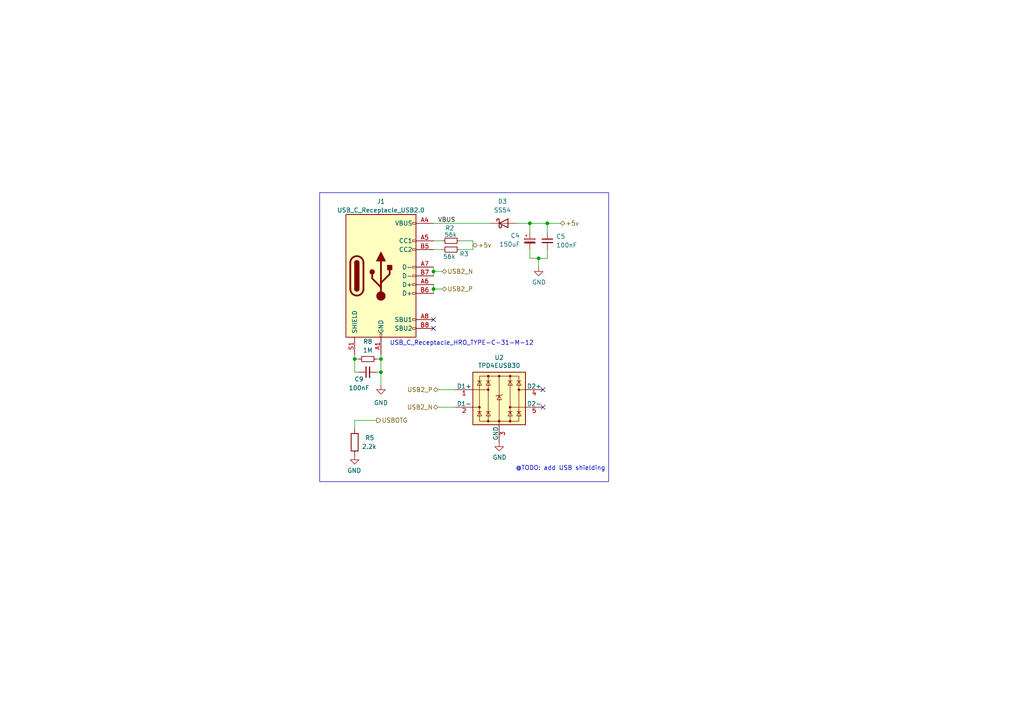
<source format=kicad_sch>
(kicad_sch (version 20230819) (generator eeschema)
  (paper "A4")
  (title_block (title "Carrier Board") (date "2023-11-21") (rev "V3") (company "MUREX Robotics [Byran Huang]") (comment 1 "//DO IT RIGHT,  DO IT MUREX") (comment 2 "// ATTEMPT THE IMPOSSIBLE") (comment 3 "CM4-based ROV (robotics) control board.") (comment 4 "The MUREX Carrier Board is the world's first open-source "))
  (lib_symbols
    (symbol "CM4IO:TPD4EUSB30" (pin_names (offset 0))
      (property "Reference" "U" (at -0.635 8.89 0))
      (property "Value" "TPD4EUSB30" (at 8.89 -10.16 0))
      (symbol "TPD4EUSB30_0_0"
        (rectangle (start -5.715 6.477) (end 5.715 -6.604))
        (polyline (pts (xy -3.175 -6.604) (xy -3.175 6.477)))
        (polyline (pts (xy 0 6.477) (xy 0 -6.604)))
        (polyline (pts (xy 3.175 6.477) (xy 3.175 -6.604)))
      )
      (symbol "TPD4EUSB30_0_1"
        (rectangle (start -7.62 7.62) (end 7.62 -7.62) (stroke (width 0.254)) (fill (type background)))
        (circle (center -5.715 -2.54) (radius 0.2794) (fill (type outline)))
        (circle (center -3.175 -6.604) (radius 0.2794) (fill (type outline)))
        (circle (center -3.175 2.54) (radius 0.2794) (fill (type outline)))
        (circle (center -3.175 6.477) (radius 0.2794) (fill (type outline)))
        (circle (center 0 -6.604) (radius 0.2794) (fill (type outline)))
        (polyline (pts (xy -7.747 2.54) (xy -3.175 2.54)))
        (polyline (pts (xy -7.62 -2.54) (xy -5.715 -2.54)))
        (polyline (pts (xy -5.08 -3.81) (xy -6.35 -3.81)))
        (polyline (pts (xy -5.08 5.08) (xy -6.35 5.08)))
        (polyline (pts (xy -2.54 -3.81) (xy -3.81 -3.81)))
        (polyline (pts (xy -2.54 5.08) (xy -3.81 5.08)))
        (polyline (pts (xy -0.635 0.889) (xy -1.016 0.635)))
        (polyline (pts (xy 0 -6.604) (xy 0 -7.62)))
        (polyline (pts (xy 0.635 0.889) (xy -0.635 0.889)))
        (polyline (pts (xy 0.635 0.889) (xy 1.016 1.143)))
        (polyline (pts (xy 3.81 -3.81) (xy 2.54 -3.81)))
        (polyline (pts (xy 3.81 5.08) (xy 2.54 5.08)))
        (polyline (pts (xy 6.35 -3.81) (xy 5.08 -3.81)))
        (polyline (pts (xy 6.35 5.08) (xy 5.08 5.08)))
        (polyline (pts (xy 7.62 -2.54) (xy 3.175 -2.54)))
        (polyline (pts (xy 7.62 2.54) (xy 5.715 2.54)))
        (polyline (pts (xy -5.08 -5.08) (xy -6.35 -5.08) (xy -5.715 -3.81) (xy -5.08 -5.08)))
        (polyline (pts (xy -5.08 3.81) (xy -6.35 3.81) (xy -5.715 5.08) (xy -5.08 3.81)))
        (polyline (pts (xy -2.54 -5.08) (xy -3.81 -5.08) (xy -3.175 -3.81) (xy -2.54 -5.08)))
        (polyline (pts (xy -2.54 3.81) (xy -3.81 3.81) (xy -3.175 5.08) (xy -2.54 3.81)))
        (polyline (pts (xy 0.635 -0.381) (xy -0.635 -0.381) (xy 0 0.889) (xy 0.635 -0.381)))
        (polyline (pts (xy 3.81 -5.08) (xy 2.54 -5.08) (xy 3.175 -3.81) (xy 3.81 -5.08)))
        (polyline (pts (xy 3.81 3.81) (xy 2.54 3.81) (xy 3.175 5.08) (xy 3.81 3.81)))
        (polyline (pts (xy 6.35 -5.08) (xy 5.08 -5.08) (xy 5.715 -3.81) (xy 6.35 -5.08)))
        (polyline (pts (xy 6.35 3.81) (xy 5.08 3.81) (xy 5.715 5.08) (xy 6.35 3.81)))
        (circle (center 0 6.477) (radius 0.2794) (fill (type outline)))
        (circle (center 3.175 -6.604) (radius 0.2794) (fill (type outline)))
        (circle (center 3.175 -2.54) (radius 0.2794) (fill (type outline)))
        (circle (center 3.175 6.477) (radius 0.2794) (fill (type outline)))
        (circle (center 5.715 2.54) (radius 0.2794) (fill (type outline)))
      )
      (symbol "TPD4EUSB30_1_1"
        (pin passive line (at -12.7 2.54 0) (length 5.08) (name "D1+") (number "1"))
        (pin passive line (at -12.7 2.54 0) (length 5.08) hide (name "~") (number "10"))
        (pin passive line (at -12.7 -2.54 0) (length 5.08) (name "D1-") (number "2"))
        (pin power_in line (at 0 -12.7 90) (length 5.08) (name "GND") (number "3"))
        (pin passive line (at 12.7 2.54 180) (length 5.08) (name "D2+") (number "4"))
        (pin passive line (at 12.7 -2.54 180) (length 5.08) (name "D2-") (number "5"))
        (pin passive line (at 12.7 -2.54 180) (length 5.08) hide (name "~") (number "6"))
        (pin passive line (at 12.7 2.54 180) (length 5.08) hide (name "~") (number "7"))
        (pin passive line (at 0 -12.7 90) (length 5.08) hide (name "GND") (number "8"))
        (pin passive line (at -12.7 -2.54 0) (length 5.08) hide (name "~") (number "9"))
      )
    )
    (symbol "Connector:USB_C_Receptacle_USB2.0" (pin_names (offset 1.016))
      (property "Reference" "J" (at -10.16 19.05 0))
      (property "Value" "USB_C_Receptacle_USB2.0" (at 19.05 19.05 0))
      (symbol "USB_C_Receptacle_USB2.0_0_0"
        (rectangle (start -0.254 -17.78) (end 0.254 -16.764))
        (rectangle (start 10.16 -14.986) (end 9.144 -15.494))
        (rectangle (start 10.16 -12.446) (end 9.144 -12.954))
        (rectangle (start 10.16 -4.826) (end 9.144 -5.334))
        (rectangle (start 10.16 -2.286) (end 9.144 -2.794))
        (rectangle (start 10.16 0.254) (end 9.144 -0.254))
        (rectangle (start 10.16 2.794) (end 9.144 2.286))
        (rectangle (start 10.16 7.874) (end 9.144 7.366))
        (rectangle (start 10.16 10.414) (end 9.144 9.906))
        (rectangle (start 10.16 15.494) (end 9.144 14.986))
      )
      (symbol "USB_C_Receptacle_USB2.0_0_1"
        (rectangle (start -10.16 17.78) (end 10.16 -17.78) (stroke (width 0.254)) (fill (type background)))
        (arc (start -8.89 -3.81) (mid -6.985 -5.7067) (end -5.08 -3.81) (stroke (width 0.508)))
        (arc (start -7.62 -3.81) (mid -6.985 -4.4423) (end -6.35 -3.81) (stroke (width 0.254)))
        (arc (start -7.62 -3.81) (mid -6.985 -4.4423) (end -6.35 -3.81) (stroke (width 0.254)) (fill (type outline)))
        (rectangle (start -7.62 -3.81) (end -6.35 3.81) (stroke (width 0.254)) (fill (type outline)))
        (arc (start -6.35 3.81) (mid -6.985 4.4423) (end -7.62 3.81) (stroke (width 0.254)))
        (arc (start -6.35 3.81) (mid -6.985 4.4423) (end -7.62 3.81) (stroke (width 0.254)) (fill (type outline)))
        (arc (start -5.08 3.81) (mid -6.985 5.7067) (end -8.89 3.81) (stroke (width 0.508)))
        (circle (center -2.54 1.143) (radius 0.635) (stroke (width 0.254)) (fill (type outline)))
        (circle (center 0 -5.842) (radius 1.27) (fill (type outline)))
        (polyline (pts (xy -8.89 -3.81) (xy -8.89 3.81)) (stroke (width 0.508)))
        (polyline (pts (xy -5.08 3.81) (xy -5.08 -3.81)) (stroke (width 0.508)))
        (polyline (pts (xy 0 -5.842) (xy 0 4.318)) (stroke (width 0.508)))
        (polyline (pts (xy 0 -3.302) (xy -2.54 -0.762) (xy -2.54 0.508)) (stroke (width 0.508)))
        (polyline (pts (xy 0 -2.032) (xy 2.54 0.508) (xy 2.54 1.778)) (stroke (width 0.508)))
        (polyline (pts (xy -1.27 4.318) (xy 0 6.858) (xy 1.27 4.318) (xy -1.27 4.318)) (stroke (width 0.254)) (fill (type outline)))
        (rectangle (start 1.905 1.778) (end 3.175 3.048) (stroke (width 0.254)) (fill (type outline)))
      )
      (symbol "USB_C_Receptacle_USB2.0_1_1"
        (pin passive line (at 0 -22.86 90) (length 5.08) (name "GND") (number "A1"))
        (pin passive line (at 0 -22.86 90) (length 5.08) hide (name "GND") (number "A12"))
        (pin passive line (at 15.24 15.24 180) (length 5.08) (name "VBUS") (number "A4"))
        (pin bidirectional line (at 15.24 10.16 180) (length 5.08) (name "CC1") (number "A5"))
        (pin bidirectional line (at 15.24 -2.54 180) (length 5.08) (name "D+") (number "A6"))
        (pin bidirectional line (at 15.24 2.54 180) (length 5.08) (name "D-") (number "A7"))
        (pin bidirectional line (at 15.24 -12.7 180) (length 5.08) (name "SBU1") (number "A8"))
        (pin passive line (at 15.24 15.24 180) (length 5.08) hide (name "VBUS") (number "A9"))
        (pin passive line (at 0 -22.86 90) (length 5.08) hide (name "GND") (number "B1"))
        (pin passive line (at 0 -22.86 90) (length 5.08) hide (name "GND") (number "B12"))
        (pin passive line (at 15.24 15.24 180) (length 5.08) hide (name "VBUS") (number "B4"))
        (pin bidirectional line (at 15.24 7.62 180) (length 5.08) (name "CC2") (number "B5"))
        (pin bidirectional line (at 15.24 -5.08 180) (length 5.08) (name "D+") (number "B6"))
        (pin bidirectional line (at 15.24 0 180) (length 5.08) (name "D-") (number "B7"))
        (pin bidirectional line (at 15.24 -15.24 180) (length 5.08) (name "SBU2") (number "B8"))
        (pin passive line (at 15.24 15.24 180) (length 5.08) hide (name "VBUS") (number "B9"))
        (pin passive line (at -7.62 -22.86 90) (length 5.08) (name "SHIELD") (number "S1"))
      )
    )
    (symbol "Device:C_Polarized_Small" (pin_numbers hide) (pin_names (offset 0.254) hide)
      (property "Reference" "C" (at 0.254 1.778 0))
      (property "Value" "C_Polarized_Small" (at 0.254 -2.032 0))
      (symbol "C_Polarized_Small_0_1"
        (rectangle (start -1.524 -0.3048) (end 1.524 -0.6858) (fill (type outline)))
        (rectangle (start -1.524 0.6858) (end 1.524 0.3048))
        (polyline (pts (xy -1.27 1.524) (xy -0.762 1.524)))
        (polyline (pts (xy -1.016 1.27) (xy -1.016 1.778)))
      )
      (symbol "C_Polarized_Small_1_1"
        (pin passive line (at 0 2.54 270) (length 1.8542) (name "~") (number "1"))
        (pin passive line (at 0 -2.54 90) (length 1.8542) (name "~") (number "2"))
      )
    )
    (symbol "Device:C_Small" (pin_numbers hide) (pin_names (offset 0.254) hide)
      (property "Reference" "C" (at 0.254 1.778 0))
      (property "Value" "C_Small" (at 0.254 -2.032 0))
      (symbol "C_Small_0_1"
        (polyline (pts (xy -1.524 -0.508) (xy 1.524 -0.508)) (stroke (width 0.3302)))
        (polyline (pts (xy -1.524 0.508) (xy 1.524 0.508)) (stroke (width 0.3048)))
      )
      (symbol "C_Small_1_1"
        (pin passive line (at 0 2.54 270) (length 2.032) (name "~") (number "1"))
        (pin passive line (at 0 -2.54 90) (length 2.032) (name "~") (number "2"))
      )
    )
    (symbol "Device:D_Schottky" (pin_numbers hide) (pin_names (offset 1.016) hide)
      (property "Reference" "D" (at 0 2.54 0))
      (property "Value" "D_Schottky" (at 0 -2.54 0))
      (symbol "D_Schottky_0_1"
        (polyline (pts (xy 1.27 0) (xy -1.27 0)))
        (polyline (pts (xy 1.27 1.27) (xy 1.27 -1.27) (xy -1.27 0) (xy 1.27 1.27)) (stroke (width 0.254)))
        (polyline (pts (xy -1.905 0.635) (xy -1.905 1.27) (xy -1.27 1.27) (xy -1.27 -1.27) (xy -0.635 -1.27) (xy -0.635 -0.635)) (stroke (width 0.254)))
      )
      (symbol "D_Schottky_1_1"
        (pin passive line (at -3.81 0 0) (length 2.54) (name "K") (number "1"))
        (pin passive line (at 3.81 0 180) (length 2.54) (name "A") (number "2"))
      )
    )
    (symbol "Device:R" (pin_numbers hide) (pin_names (offset 0))
      (property "Reference" "R" (at 2.032 0 90))
      (property "Value" "R" (at 0 0 90))
      (symbol "R_0_1"
        (rectangle (start -1.016 -2.54) (end 1.016 2.54) (stroke (width 0.254)))
      )
      (symbol "R_1_1"
        (pin passive line (at 0 3.81 270) (length 1.27) (name "~") (number "1"))
        (pin passive line (at 0 -3.81 90) (length 1.27) (name "~") (number "2"))
      )
    )
    (symbol "Device:R_Small" (pin_numbers hide) (pin_names (offset 0.254) hide)
      (property "Reference" "R" (at 0.762 0.508 0))
      (property "Value" "R_Small" (at 0.762 -1.016 0))
      (symbol "R_Small_0_1"
        (rectangle (start -0.762 1.778) (end 0.762 -1.778) (stroke (width 0.2032)))
      )
      (symbol "R_Small_1_1"
        (pin passive line (at 0 2.54 270) (length 0.762) (name "~") (number "1"))
        (pin passive line (at 0 -2.54 90) (length 0.762) (name "~") (number "2"))
      )
    )
    (symbol "power:GND" (power) (pin_names (offset 0))
      (property "Value" "GND" (at 0 -3.81 0))
      (symbol "GND_0_1"
        (polyline (pts (xy 0 0) (xy 0 -1.27) (xy 1.27 -1.27) (xy 0 -2.54) (xy -1.27 -1.27) (xy 0 -1.27)))
      )
      (symbol "GND_1_1"
        (pin power_in line (at 0 0 270) (length 0) hide (name "GND") (number "1"))
      )
    )
  )
  (junction (at 158.75 64.77))
  (junction (at 153.67 64.77))
  (junction (at 110.49 104.14))
  (junction (at 110.49 107.95))
  (junction (at 102.87 104.14))
  (junction (at 125.73 83.82))
  (junction (at 125.73 78.74))
  (junction (at 156.21 74.93))
  (no_connect (at 125.73 95.25))
  (no_connect (at 125.73 92.71))
  (no_connect (at 157.48 118.11))
  (no_connect (at 157.48 113.03))
  (wire (pts (xy 153.67 67.31) (xy 153.67 64.77)))
  (wire (pts (xy 128.27 78.74) (xy 125.73 78.74)))
  (wire (pts (xy 128.27 83.82) (xy 125.73 83.82)))
  (wire (pts (xy 162.56 64.77) (xy 158.75 64.77)))
  (wire (pts (xy 153.67 74.93) (xy 156.21 74.93)))
  (wire (pts (xy 156.21 77.47) (xy 156.21 74.93)))
  (wire (pts (xy 110.49 107.95) (xy 110.49 104.14)))
  (wire (pts (xy 110.49 104.14) (xy 110.49 102.87)))
  (wire (pts (xy 102.87 107.95) (xy 104.14 107.95)))
  (wire (pts (xy 158.75 67.31) (xy 158.75 64.77)))
  (wire (pts (xy 132.08 113.03) (xy 127 113.03)))
  (wire (pts (xy 127 118.11) (xy 132.08 118.11)))
  (wire (pts (xy 102.87 104.14) (xy 102.87 102.87)))
  (wire (pts (xy 125.73 82.55) (xy 125.73 83.82)))
  (wire (pts (xy 158.75 74.93) (xy 158.75 72.39)))
  (wire (pts (xy 110.49 111.76) (xy 110.49 107.95)))
  (wire (pts (xy 133.35 69.85) (xy 137.16 69.85)))
  (wire (pts (xy 109.22 121.92) (xy 102.87 121.92)))
  (wire (pts (xy 133.35 72.39) (xy 137.16 72.39)))
  (wire (pts (xy 109.22 107.95) (xy 110.49 107.95)))
  (wire (pts (xy 125.73 77.47) (xy 125.73 78.74)))
  (wire (pts (xy 125.73 64.77) (xy 142.24 64.77)))
  (wire (pts (xy 109.22 104.14) (xy 110.49 104.14)))
  (wire (pts (xy 125.73 78.74) (xy 125.73 80.01)))
  (wire (pts (xy 153.67 64.77) (xy 149.86 64.77)))
  (wire (pts (xy 125.73 72.39) (xy 128.27 72.39)))
  (wire (pts (xy 102.87 121.92) (xy 102.87 124.46)))
  (wire (pts (xy 125.73 69.85) (xy 128.27 69.85)))
  (wire (pts (xy 158.75 64.77) (xy 153.67 64.77)))
  (wire (pts (xy 153.67 72.39) (xy 153.67 74.93)))
  (wire (pts (xy 125.73 83.82) (xy 125.73 85.09)))
  (wire (pts (xy 137.16 69.85) (xy 137.16 72.39)))
  (wire (pts (xy 156.21 74.93) (xy 158.75 74.93)))
  (wire (pts (xy 102.87 104.14) (xy 102.87 107.95)))
  (wire (pts (xy 102.87 104.14) (xy 104.14 104.14)))
  (rectangle (start 92.71 55.88) (end 176.53 139.7))
  (text "USB_C_Receptacle_HRO_TYPE-C-31-M-12" (at 113.03 100.33 0) (effects (font (size 1.27 1.27)) (justify left bottom)))
  (text "@TODO: add USB shielding\n" (at 162.56 135.89 0) (effects (font (size 1.27 1.27))))
  (label "VBUS" (at 127 64.77 0))
  (hierarchical_label "USBOTG" (shape output) (at 109.22 121.92 0))
  (hierarchical_label "USB2_P" (shape bidirectional) (at 128.27 83.82 0))
  (hierarchical_label "+5v" (shape bidirectional) (at 162.56 64.77 0))
  (hierarchical_label "USB2_N" (shape bidirectional) (at 127 118.11 180))
  (hierarchical_label "USB2_N" (shape bidirectional) (at 128.27 78.74 0))
  (hierarchical_label "+5v" (shape bidirectional) (at 137.16 71.12 0))
  (hierarchical_label "USB2_P" (shape bidirectional) (at 127 113.03 180))
  (symbol (lib_id "Device:R") (at 102.87 128.27 0) (mirror y) (unit 1)
    (property "Reference" "R5" (at 108.585 127 0) (effects (justify left)))
    (property "Value" "2.2k" (at 109.22 129.54 0) (effects (justify left)))
    (property "Footprint" "Resistor_SMD:R_0402_1005Metric" (effects hide))
    (property "Field4" "Farnell" (effects hide))
    (property "Field5" "9239278" (effects hide))
    (property "Field7" "KOA EUROPE GMBH" (effects hide))
    (property "Field6" "RK73G1ETQTP2201D         " (effects hide))
    (property "Part Description" "Resistor 2.2K M1005 1% 63mW" (effects hide))
    (property "Field8" "120889581" (effects hide))
    (instances (project "carrier" (path "" (reference "R5") (unit 1))) (project "CM4IOv5" (path "" (reference "R11") (unit 1))))
  )
  (symbol (lib_id "Connector:USB_C_Receptacle_USB2.0") (at 110.49 80.01 0) (unit 1)
    (property "Reference" "J1" (at 110.49 58.42 0))
    (property "Value" "USB_C_Receptacle_USB2.0" (at 110.49 60.96 0))
    (property "Footprint" "Connector_USB:USB_C_Receptacle_HRO_TYPE-C-31-M-12" (effects hide))
    (property "Datasheet" "https://www.usb.org/sites/default/files/documents/usb_type-c.zip" (effects hide))
    (instances (project "rp2040_keyboard" (path "" (reference "J1") (unit 1))) (project "carrier" (path "" (reference "J4") (unit 1)) (path "" (reference "J3") (unit 1))) (project "rp2040_base" (path "" (reference "J1") (unit 1))))
  )
  (symbol (lib_id "Device:C_Small") (at 106.68 107.95 90) (unit 1)
    (property "Reference" "C9" (at 104.14 109.982 90))
    (property "Value" "100nF" (at 104.14 112.522 90))
    (property "Footprint" "Capacitor_SMD:C_0402_1005Metric" (effects hide))
    (property "Description" "Unpolarized capacitor, small symbol" (effects hide))
    (instances (project "carrier" (path "" (reference "C9") (unit 1)) (path "" (reference "C3") (unit 1))))
  )
  (symbol (lib_id "Device:D_Schottky") (at 146.05 64.77 0) (unit 1)
    (property "Reference" "D3" (at 145.7325 58.42 0))
    (property "Value" "SS54" (at 145.7325 60.96 0))
    (property "Footprint" "Diode_SMD:D_SMA" (effects hide))
    (property "Description" "Schottky diode" (effects hide))
  )
  (symbol (lib_id "power:GND") (at 144.78 128.27 0) (unit 1)
    (property "Reference" "#PWR011" (effects hide))
    (property "Value" "GND" (at 144.907 132.6642 0))
    (instances (project "carrier" (path "" (reference "#PWR011") (unit 1))) (project "CM4IOv5" (path "" (reference "#PWR0123") (unit 1))))
  )
  (symbol (lib_id "Device:R_Small") (at 130.81 69.85 90) (unit 1)
    (property "Reference" "R2" (at 130.429 66.167 90))
    (property "Value" "56k" (at 130.683 68.072 90))
    (property "Footprint" "Resistor_SMD:R_0402_1005Metric" (effects hide))
    (instances (project "rp2040_keyboard" (path "" (reference "R2") (unit 1))) (project "carrier" (path "" (reference "R6") (unit 1)) (path "" (reference "R7") (unit 1))) (project "rp2040_base" (path "" (reference "R2") (unit 1))))
  )
  (symbol (lib_id "Device:R_Small") (at 106.68 104.14 90) (unit 1)
    (property "Reference" "R8" (at 106.68 99.06 90))
    (property "Value" "1M" (at 106.68 101.6 90))
    (property "Footprint" "Resistor_SMD:R_0402_1005Metric" (effects hide))
    (property "Description" "Resistor, small symbol" (effects hide))
    (instances (project "carrier" (path "" (reference "R8") (unit 1)) (path "" (reference "R6") (unit 1))))
  )
  (symbol (lib_id "power:GND") (at 102.87 132.08 0) (mirror y) (unit 1)
    (property "Reference" "#PWR09" (effects hide))
    (property "Value" "GND" (at 102.743 136.4742 0))
    (instances (project "carrier" (path "" (reference "#PWR09") (unit 1))) (project "CM4IOv5" (path "" (reference "#PWR0144") (unit 1))))
  )
  (symbol (lib_id "power:GND") (at 110.49 111.76 0) (unit 1)
    (property "Reference" "#PWR07" (effects hide))
    (property "Value" "GND" (at 110.49 116.84 0))
    (instances (project "rp2040_keyboard" (path "" (reference "#PWR07") (unit 1))) (project "carrier" (path "" (reference "#PWR016") (unit 1)) (path "" (reference "#PWR010") (unit 1))) (project "rp2040_base" (path "" (reference "#PWR08") (unit 1))))
  )
  (symbol (lib_id "CM4IO:TPD4EUSB30") (at 144.78 115.57 0) (unit 1)
    (property "Reference" "U2" (at 144.78 103.7082 0))
    (property "Value" "TPD4EUSB30" (at 144.78 106.0196 0))
    (property "Footprint" "Package_SON:USON-10_2.5x1.0mm_P0.5mm" (effects hide))
    (property "Datasheet" "http://www.ti.com/lit/ds/symlink/tpd2eusb30a.pdf" (effects hide))
    (property "Field4" "Farnell" (effects hide))
    (property "Field5" "2335455" (effects hide))
    (property "Field6" "CDDFN10-3324P-13" (effects hide))
    (property "Field7" "Bourns" (effects hide))
    (property "Field8" "UDIO00346" (effects hide))
    (property "Part Description" "Quad TVS diode for high speed signals (USB3, GigE etc.)" (effects hide))
    (instances (project "carrier" (path "" (reference "U2") (unit 1))) (project "CM4IOv5" (path "" (reference "U4") (unit 1))))
  )
  (symbol (lib_id "Device:C_Small") (at 158.75 69.85 0) (unit 1)
    (property "Reference" "C5" (at 161.29 68.5862 0) (effects (justify left)))
    (property "Value" "100nF" (at 161.29 71.1262 0) (effects (justify left)))
    (property "Footprint" "Capacitor_SMD:C_0402_1005Metric" (effects hide))
    (property "Description" "Unpolarized capacitor, small symbol" (effects hide))
  )
  (symbol (lib_id "Device:C_Polarized_Small") (at 153.67 69.85 0) (unit 1)
    (property "Reference" "C4" (at 148.082 68.326 0) (effects (justify left)))
    (property "Value" "150uF" (at 144.78 70.866 0) (effects (justify left)))
    (property "Footprint" "Capacitor_SMD:CP_Elec_6.3x7.7" (effects hide))
    (property "Description" "Polarized capacitor, small symbol" (effects hide))
    (instances (project "carrier" (path "" (reference "C4") (unit 1)) (path "" (reference "C66") (unit 1))))
  )
  (symbol (lib_id "Device:R_Small") (at 130.81 72.39 90) (unit 1)
    (property "Reference" "R3" (at 134.62 73.66 90))
    (property "Value" "56k" (at 130.302 74.422 90))
    (property "Footprint" "Resistor_SMD:R_0402_1005Metric" (effects hide))
    (instances (project "rp2040_keyboard" (path "" (reference "R3") (unit 1))) (project "carrier" (path "" (reference "R7") (unit 1)) (path "" (reference "R8") (unit 1))) (project "rp2040_base" (path "" (reference "R3") (unit 1))))
  )
  (symbol (lib_id "power:GND") (at 156.21 77.47 0) (unit 1)
    (property "Reference" "#PWR012" (effects hide))
    (property "Value" "GND" (at 156.337 81.8642 0))
    (instances (project "carrier" (path "" (reference "#PWR012") (unit 1))) (project "CM4IOv5" (path "" (reference "#PWR0123") (unit 1))))
  )
)
</source>
